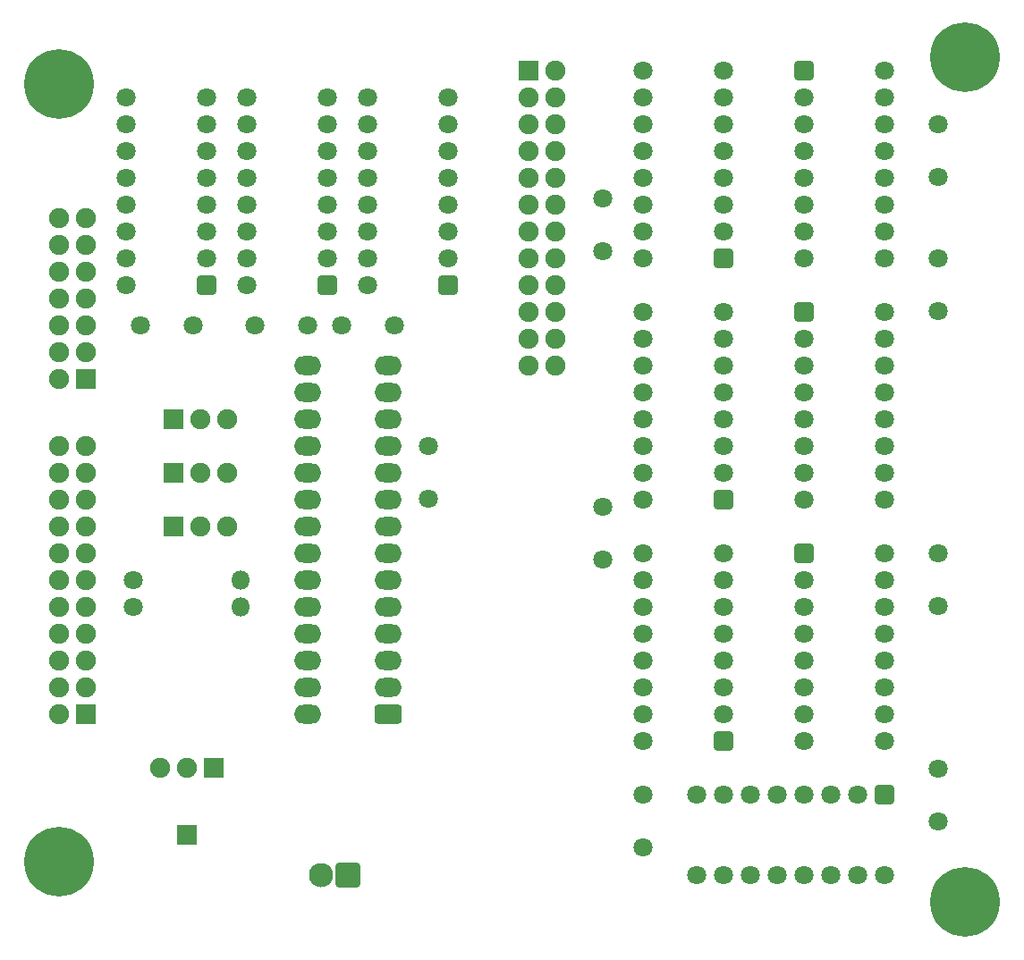
<source format=gbs>
G04 #@! TF.GenerationSoftware,KiCad,Pcbnew,9.0.1*
G04 #@! TF.CreationDate,2025-05-09T00:39:39+02:00*
G04 #@! TF.ProjectId,DistributedPulseModulation,44697374-7269-4627-9574-656450756c73,rev?*
G04 #@! TF.SameCoordinates,Original*
G04 #@! TF.FileFunction,Soldermask,Bot*
G04 #@! TF.FilePolarity,Negative*
%FSLAX46Y46*%
G04 Gerber Fmt 4.6, Leading zero omitted, Abs format (unit mm)*
G04 Created by KiCad (PCBNEW 9.0.1) date 2025-05-09 00:39:39*
%MOMM*%
%LPD*%
G01*
G04 APERTURE LIST*
G04 Aperture macros list*
%AMRoundRect*
0 Rectangle with rounded corners*
0 $1 Rounding radius*
0 $2 $3 $4 $5 $6 $7 $8 $9 X,Y pos of 4 corners*
0 Add a 4 corners polygon primitive as box body*
4,1,4,$2,$3,$4,$5,$6,$7,$8,$9,$2,$3,0*
0 Add four circle primitives for the rounded corners*
1,1,$1+$1,$2,$3*
1,1,$1+$1,$4,$5*
1,1,$1+$1,$6,$7*
1,1,$1+$1,$8,$9*
0 Add four rect primitives between the rounded corners*
20,1,$1+$1,$2,$3,$4,$5,0*
20,1,$1+$1,$4,$5,$6,$7,0*
20,1,$1+$1,$6,$7,$8,$9,0*
20,1,$1+$1,$8,$9,$2,$3,0*%
G04 Aperture macros list end*
%ADD10C,1.800000*%
%ADD11O,1.800000X1.800000*%
%ADD12RoundRect,0.100000X0.850000X-0.850000X0.850000X0.850000X-0.850000X0.850000X-0.850000X-0.850000X0*%
%ADD13RoundRect,0.281250X0.618750X0.618750X-0.618750X0.618750X-0.618750X-0.618750X0.618750X-0.618750X0*%
%ADD14C,1.000000*%
%ADD15C,6.600000*%
%ADD16RoundRect,0.281250X-0.618750X-0.618750X0.618750X-0.618750X0.618750X0.618750X-0.618750X0.618750X0*%
%ADD17RoundRect,0.100000X0.850000X0.850000X-0.850000X0.850000X-0.850000X-0.850000X0.850000X-0.850000X0*%
%ADD18C,1.900000*%
%ADD19RoundRect,0.281250X1.018750X0.618750X-1.018750X0.618750X-1.018750X-0.618750X1.018750X-0.618750X0*%
%ADD20O,2.600000X1.800000*%
%ADD21RoundRect,0.281250X-0.618750X0.618750X-0.618750X-0.618750X0.618750X-0.618750X0.618750X0.618750X0*%
%ADD22RoundRect,0.273810X0.876190X0.876190X-0.876190X0.876190X-0.876190X-0.876190X0.876190X-0.876190X0*%
%ADD23C,2.300000*%
%ADD24RoundRect,0.100000X-0.850000X-0.850000X0.850000X-0.850000X0.850000X0.850000X-0.850000X0.850000X0*%
%ADD25RoundRect,0.100000X-0.850000X0.850000X-0.850000X-0.850000X0.850000X-0.850000X0.850000X0.850000X0*%
G04 APERTURE END LIST*
D10*
X53340000Y-101600000D03*
D11*
X63500000Y-101600000D03*
D12*
X58420000Y-123190000D03*
D10*
X53340000Y-99060000D03*
D11*
X63500000Y-99060000D03*
D10*
X129540000Y-116920000D03*
X129540000Y-121920000D03*
D13*
X109220000Y-91440000D03*
D10*
X109220000Y-88900000D03*
X109220000Y-86360000D03*
X109220000Y-83820000D03*
X109220000Y-81280000D03*
X109220000Y-78740000D03*
X109220000Y-76200000D03*
X109220000Y-73660000D03*
X101600000Y-73660000D03*
X101600000Y-76200000D03*
X101600000Y-78740000D03*
X101600000Y-81280000D03*
X101600000Y-83820000D03*
X101600000Y-86360000D03*
X101600000Y-88900000D03*
X101600000Y-91440000D03*
D13*
X60325000Y-71120000D03*
D10*
X60325000Y-68580000D03*
X60325000Y-66040000D03*
X60325000Y-63500000D03*
X60325000Y-60960000D03*
X60325000Y-58420000D03*
X60325000Y-55880000D03*
X60325000Y-53340000D03*
X52705000Y-53340000D03*
X52705000Y-55880000D03*
X52705000Y-58420000D03*
X52705000Y-60960000D03*
X52705000Y-63500000D03*
X52705000Y-66040000D03*
X52705000Y-68580000D03*
X52705000Y-71120000D03*
D14*
X43955000Y-125730000D03*
X44657944Y-124032944D03*
X44657944Y-127427056D03*
X46355000Y-123330000D03*
D15*
X46355000Y-125730000D03*
D14*
X46355000Y-128130000D03*
X48052056Y-124032944D03*
X48052056Y-127427056D03*
X48755000Y-125730000D03*
X129680000Y-129540000D03*
X130382944Y-127842944D03*
X130382944Y-131237056D03*
X132080000Y-127140000D03*
D15*
X132080000Y-129540000D03*
D14*
X132080000Y-131940000D03*
X133777056Y-127842944D03*
X133777056Y-131237056D03*
X134480000Y-129540000D03*
D10*
X59015000Y-74930000D03*
X54015000Y-74930000D03*
D14*
X129680000Y-49530000D03*
X130382944Y-47832944D03*
X130382944Y-51227056D03*
X132080000Y-47130000D03*
D15*
X132080000Y-49530000D03*
D14*
X132080000Y-51930000D03*
X133777056Y-47832944D03*
X133777056Y-51227056D03*
X134480000Y-49530000D03*
D13*
X83185000Y-71120000D03*
D10*
X83185000Y-68580000D03*
X83185000Y-66040000D03*
X83185000Y-63500000D03*
X83185000Y-60960000D03*
X83185000Y-58420000D03*
X83185000Y-55880000D03*
X83185000Y-53340000D03*
X75565000Y-53340000D03*
X75565000Y-55880000D03*
X75565000Y-58420000D03*
X75565000Y-60960000D03*
X75565000Y-63500000D03*
X75565000Y-66040000D03*
X75565000Y-68580000D03*
X75565000Y-71120000D03*
X97790000Y-62865000D03*
X97790000Y-67865000D03*
D16*
X116840000Y-73660000D03*
D10*
X116840000Y-76200000D03*
X116840000Y-78740000D03*
X116840000Y-81280000D03*
X116840000Y-83820000D03*
X116840000Y-86360000D03*
X116840000Y-88900000D03*
X116840000Y-91440000D03*
X124460000Y-91440000D03*
X124460000Y-88900000D03*
X124460000Y-86360000D03*
X124460000Y-83820000D03*
X124460000Y-81280000D03*
X124460000Y-78740000D03*
X124460000Y-76200000D03*
X124460000Y-73660000D03*
D16*
X116840000Y-96520000D03*
D10*
X116840000Y-99060000D03*
X116840000Y-101600000D03*
X116840000Y-104140000D03*
X116840000Y-106680000D03*
X116840000Y-109220000D03*
X116840000Y-111760000D03*
X116840000Y-114300000D03*
X124460000Y-114300000D03*
X124460000Y-111760000D03*
X124460000Y-109220000D03*
X124460000Y-106680000D03*
X124460000Y-104140000D03*
X124460000Y-101600000D03*
X124460000Y-99060000D03*
X124460000Y-96520000D03*
D17*
X48895000Y-80010000D03*
D18*
X46355000Y-80010000D03*
X48895000Y-77470000D03*
X46355000Y-77470000D03*
X48895000Y-74930000D03*
X46355000Y-74930000D03*
X48895000Y-72390000D03*
X46355000Y-72390000D03*
X48895000Y-69850000D03*
X46355000Y-69850000D03*
X48895000Y-67310000D03*
X46355000Y-67310000D03*
X48895000Y-64770000D03*
X46355000Y-64770000D03*
D13*
X71755000Y-71120000D03*
D10*
X71755000Y-68580000D03*
X71755000Y-66040000D03*
X71755000Y-63500000D03*
X71755000Y-60960000D03*
X71755000Y-58420000D03*
X71755000Y-55880000D03*
X71755000Y-53340000D03*
X64135000Y-53340000D03*
X64135000Y-55880000D03*
X64135000Y-58420000D03*
X64135000Y-60960000D03*
X64135000Y-63500000D03*
X64135000Y-66040000D03*
X64135000Y-68580000D03*
X64135000Y-71120000D03*
D19*
X77470000Y-111760000D03*
D20*
X77470000Y-109220000D03*
X77470000Y-106680000D03*
X77470000Y-104140000D03*
X77470000Y-101600000D03*
X77470000Y-99060000D03*
X77470000Y-96520000D03*
X77470000Y-93980000D03*
X77470000Y-91440000D03*
X77470000Y-88900000D03*
X77470000Y-86360000D03*
X77470000Y-83820000D03*
X77470000Y-81280000D03*
X77470000Y-78740000D03*
X69850000Y-78740000D03*
X69850000Y-81280000D03*
X69850000Y-83820000D03*
X69850000Y-86360000D03*
X69850000Y-88900000D03*
X69850000Y-91440000D03*
X69850000Y-93980000D03*
X69850000Y-96520000D03*
X69850000Y-99060000D03*
X69850000Y-101600000D03*
X69850000Y-104140000D03*
X69850000Y-106680000D03*
X69850000Y-109220000D03*
X69850000Y-111760000D03*
D21*
X124460000Y-119380000D03*
D10*
X121920000Y-119380000D03*
X119380000Y-119380000D03*
X116840000Y-119380000D03*
X114300000Y-119380000D03*
X111760000Y-119380000D03*
X109220000Y-119380000D03*
X106680000Y-119380000D03*
X106680000Y-127000000D03*
X109220000Y-127000000D03*
X111760000Y-127000000D03*
X114300000Y-127000000D03*
X116840000Y-127000000D03*
X119380000Y-127000000D03*
X121920000Y-127000000D03*
X124460000Y-127000000D03*
X97790000Y-97115000D03*
X97790000Y-92115000D03*
D12*
X57150000Y-88900000D03*
D18*
X59690000Y-88900000D03*
X62230000Y-88900000D03*
D10*
X129540000Y-68580000D03*
X129540000Y-73580000D03*
D22*
X73660000Y-127000000D03*
D23*
X71120000Y-127000000D03*
D13*
X109220000Y-114300000D03*
D10*
X109220000Y-111760000D03*
X109220000Y-109220000D03*
X109220000Y-106680000D03*
X109220000Y-104140000D03*
X109220000Y-101600000D03*
X109220000Y-99060000D03*
X109220000Y-96520000D03*
X101600000Y-96520000D03*
X101600000Y-99060000D03*
X101600000Y-101600000D03*
X101600000Y-104140000D03*
X101600000Y-106680000D03*
X101600000Y-109220000D03*
X101600000Y-111760000D03*
X101600000Y-114300000D03*
D16*
X116840000Y-50800000D03*
D10*
X116840000Y-53340000D03*
X116840000Y-55880000D03*
X116840000Y-58420000D03*
X116840000Y-60960000D03*
X116840000Y-63500000D03*
X116840000Y-66040000D03*
X116840000Y-68580000D03*
X124460000Y-68580000D03*
X124460000Y-66040000D03*
X124460000Y-63500000D03*
X124460000Y-60960000D03*
X124460000Y-58420000D03*
X124460000Y-55880000D03*
X124460000Y-53340000D03*
X124460000Y-50800000D03*
X129540000Y-60880000D03*
X129540000Y-55880000D03*
X81280000Y-86360000D03*
X81280000Y-91360000D03*
D24*
X90805000Y-50800000D03*
D18*
X93345000Y-50800000D03*
X90805000Y-53340000D03*
X93345000Y-53340000D03*
X90805000Y-55880000D03*
X93345000Y-55880000D03*
X90805000Y-58420000D03*
X93345000Y-58420000D03*
X90805000Y-60960000D03*
X93345000Y-60960000D03*
X90805000Y-63500000D03*
X93345000Y-63500000D03*
X90805000Y-66040000D03*
X93345000Y-66040000D03*
X90805000Y-68580000D03*
X93345000Y-68580000D03*
X90805000Y-71120000D03*
X93345000Y-71120000D03*
X90805000Y-73660000D03*
X93345000Y-73660000D03*
X90805000Y-76200000D03*
X93345000Y-76200000D03*
X90805000Y-78740000D03*
X93345000Y-78740000D03*
D14*
X43955000Y-52070000D03*
X44657944Y-50372944D03*
X44657944Y-53767056D03*
X46355000Y-49670000D03*
D15*
X46355000Y-52070000D03*
D14*
X46355000Y-54470000D03*
X48052056Y-50372944D03*
X48052056Y-53767056D03*
X48755000Y-52070000D03*
D12*
X57150000Y-93980000D03*
D18*
X59690000Y-93980000D03*
X62230000Y-93980000D03*
D10*
X78105000Y-74930000D03*
X73105000Y-74930000D03*
X64850000Y-74930000D03*
X69850000Y-74930000D03*
D13*
X109220000Y-68580000D03*
D10*
X109220000Y-66040000D03*
X109220000Y-63500000D03*
X109220000Y-60960000D03*
X109220000Y-58420000D03*
X109220000Y-55880000D03*
X109220000Y-53340000D03*
X109220000Y-50800000D03*
X101600000Y-50800000D03*
X101600000Y-53340000D03*
X101600000Y-55880000D03*
X101600000Y-58420000D03*
X101600000Y-60960000D03*
X101600000Y-63500000D03*
X101600000Y-66040000D03*
X101600000Y-68580000D03*
X129540000Y-101520000D03*
X129540000Y-96520000D03*
D17*
X48895000Y-111760000D03*
D18*
X46355000Y-111760000D03*
X48895000Y-109220000D03*
X46355000Y-109220000D03*
X48895000Y-106680000D03*
X46355000Y-106680000D03*
X48895000Y-104140000D03*
X46355000Y-104140000D03*
X48895000Y-101600000D03*
X46355000Y-101600000D03*
X48895000Y-99060000D03*
X46355000Y-99060000D03*
X48895000Y-96520000D03*
X46355000Y-96520000D03*
X48895000Y-93980000D03*
X46355000Y-93980000D03*
X48895000Y-91440000D03*
X46355000Y-91440000D03*
X48895000Y-88900000D03*
X46355000Y-88900000D03*
X48895000Y-86360000D03*
X46355000Y-86360000D03*
D12*
X57150000Y-83820000D03*
D18*
X59690000Y-83820000D03*
X62230000Y-83820000D03*
D10*
X101600000Y-124380000D03*
X101600000Y-119380000D03*
D25*
X60960000Y-116840000D03*
D18*
X58420000Y-116840000D03*
X55880000Y-116840000D03*
M02*

</source>
